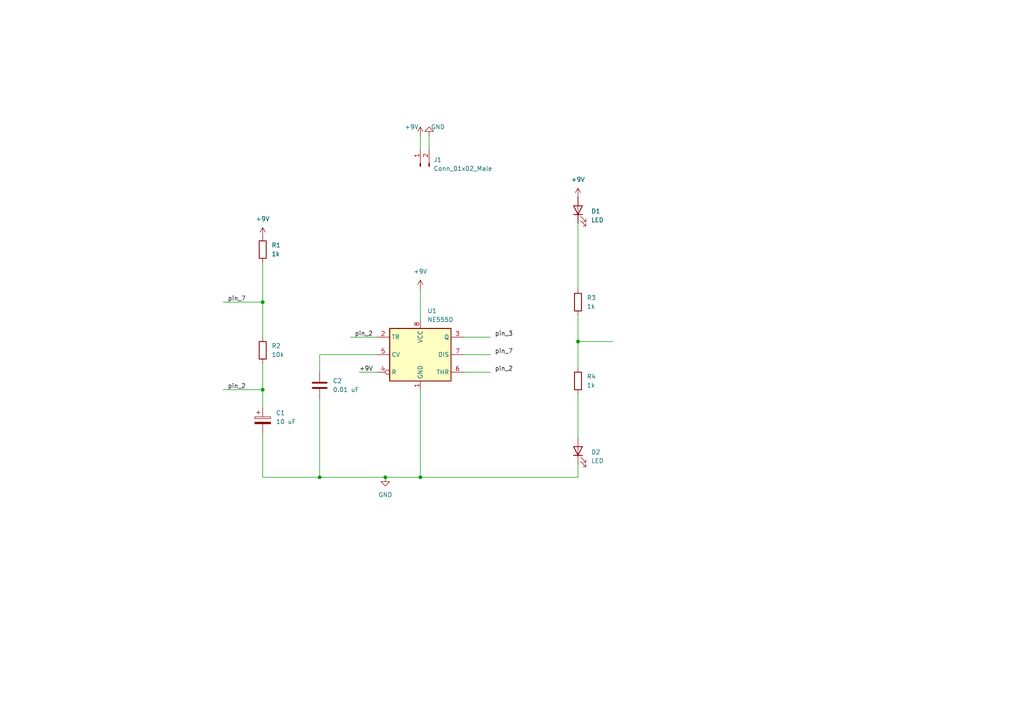
<source format=kicad_sch>
(kicad_sch (version 20211123) (generator eeschema)
  (paper "A4")
  (lib_symbols
    (symbol "Connector:Conn_01x02_Male" (pin_names (offset 1.016) hide)
      (property "Reference" "J" (at 0 2.54 0))
      (property "Value" "Conn_01x02_Male" (at 0 -5.08 0))
      (symbol "Conn_01x02_Male_1_1"
        (polyline (pts (xy 1.27 -2.54) (xy 0.8636 -2.54)) (stroke (width 0.1524)))
        (polyline (pts (xy 1.27 0) (xy 0.8636 0)) (stroke (width 0.1524)))
        (rectangle (start 0.8636 -2.413) (end 0 -2.667) (stroke (width 0.1524)) (fill (type outline)))
        (rectangle (start 0.8636 0.127) (end 0 -0.127) (stroke (width 0.1524)) (fill (type outline)))
        (pin passive line (at 5.08 0 180) (length 3.81) (name "Pin_1") (number "1"))
        (pin passive line (at 5.08 -2.54 180) (length 3.81) (name "Pin_2") (number "2"))
      )
    )
    (symbol "Device:C" (pin_numbers hide) (pin_names (offset 0.254))
      (property "Reference" "C" (at 0.635 2.54 0))
      (property "Value" "C" (at 0.635 -2.54 0))
      (symbol "C_0_1"
        (polyline (pts (xy -2.032 -0.762) (xy 2.032 -0.762)) (stroke (width 0.508)))
        (polyline (pts (xy -2.032 0.762) (xy 2.032 0.762)) (stroke (width 0.508)))
      )
      (symbol "C_1_1"
        (pin passive line (at 0 3.81 270) (length 2.794) (name "~") (number "1"))
        (pin passive line (at 0 -3.81 90) (length 2.794) (name "~") (number "2"))
      )
    )
    (symbol "Device:C_Polarized" (pin_numbers hide) (pin_names (offset 0.254))
      (property "Reference" "C" (at 0.635 2.54 0))
      (property "Value" "C_Polarized" (at 0.635 -2.54 0))
      (symbol "C_Polarized_0_1"
        (rectangle (start -2.286 0.508) (end 2.286 1.016))
        (polyline (pts (xy -1.778 2.286) (xy -0.762 2.286)))
        (polyline (pts (xy -1.27 2.794) (xy -1.27 1.778)))
        (rectangle (start 2.286 -0.508) (end -2.286 -1.016) (fill (type outline)))
      )
      (symbol "C_Polarized_1_1"
        (pin passive line (at 0 3.81 270) (length 2.794) (name "~") (number "1"))
        (pin passive line (at 0 -3.81 90) (length 2.794) (name "~") (number "2"))
      )
    )
    (symbol "Device:LED" (pin_numbers hide) (pin_names (offset 1.016) hide)
      (property "Reference" "D" (at 0 2.54 0))
      (property "Value" "LED" (at 0 -2.54 0))
      (symbol "LED_0_1"
        (polyline (pts (xy -1.27 -1.27) (xy -1.27 1.27)) (stroke (width 0.254)))
        (polyline (pts (xy -1.27 0) (xy 1.27 0)))
        (polyline (pts (xy 1.27 -1.27) (xy 1.27 1.27) (xy -1.27 0) (xy 1.27 -1.27)) (stroke (width 0.254)))
        (polyline (pts (xy -3.048 -0.762) (xy -4.572 -2.286) (xy -3.81 -2.286) (xy -4.572 -2.286) (xy -4.572 -1.524)))
        (polyline (pts (xy -1.778 -0.762) (xy -3.302 -2.286) (xy -2.54 -2.286) (xy -3.302 -2.286) (xy -3.302 -1.524)))
      )
      (symbol "LED_1_1"
        (pin passive line (at -3.81 0 0) (length 2.54) (name "K") (number "1"))
        (pin passive line (at 3.81 0 180) (length 2.54) (name "A") (number "2"))
      )
    )
    (symbol "Device:R" (pin_numbers hide) (pin_names (offset 0))
      (property "Reference" "R" (at 2.032 0 90))
      (property "Value" "R" (at 0 0 90))
      (symbol "R_0_1"
        (rectangle (start -1.016 -2.54) (end 1.016 2.54) (stroke (width 0.254)))
      )
      (symbol "R_1_1"
        (pin passive line (at 0 3.81 270) (length 1.27) (name "~") (number "1"))
        (pin passive line (at 0 -3.81 90) (length 1.27) (name "~") (number "2"))
      )
    )
    (symbol "Timer:NE555D"
      (property "Reference" "U" (at -10.16 8.89 0))
      (property "Value" "NE555D" (at 2.54 8.89 0))
      (symbol "NE555D_0_0"
        (pin power_in line (at 0 -10.16 90) (length 2.54) (name "GND") (number "1"))
        (pin power_in line (at 0 10.16 270) (length 2.54) (name "VCC") (number "8"))
      )
      (symbol "NE555D_0_1"
        (rectangle (start -8.89 -7.62) (end 8.89 7.62) (stroke (width 0.254)) (fill (type background)))
        (rectangle (start -8.89 -7.62) (end 8.89 7.62) (stroke (width 0.254)) (fill (type background)))
      )
      (symbol "NE555D_1_1"
        (pin input line (at -12.7 5.08 0) (length 3.81) (name "TR") (number "2"))
        (pin output line (at 12.7 5.08 180) (length 3.81) (name "Q") (number "3"))
        (pin input inverted (at -12.7 -5.08 0) (length 3.81) (name "R") (number "4"))
        (pin input line (at -12.7 0 0) (length 3.81) (name "CV") (number "5"))
        (pin input line (at 12.7 -5.08 180) (length 3.81) (name "THR") (number "6"))
        (pin input line (at 12.7 0 180) (length 3.81) (name "DIS") (number "7"))
      )
    )
    (symbol "power:+9V" (power) (pin_names (offset 0))
      (property "Value" "+9V" (at 0 3.556 0))
      (symbol "+9V_0_1"
        (polyline (pts (xy -0.762 1.27) (xy 0 2.54)))
        (polyline (pts (xy 0 0) (xy 0 2.54)))
        (polyline (pts (xy 0 2.54) (xy 0.762 1.27)))
      )
      (symbol "+9V_1_1"
        (pin power_in line (at 0 0 90) (length 0) hide (name "+9V") (number "1"))
      )
    )
    (symbol "power:GND" (power) (pin_names (offset 0))
      (property "Value" "GND" (at 0 -3.81 0))
      (symbol "GND_0_1"
        (polyline (pts (xy 0 0) (xy 0 -1.27) (xy 1.27 -1.27) (xy 0 -2.54) (xy -1.27 -1.27) (xy 0 -1.27)))
      )
      (symbol "GND_1_1"
        (pin power_in line (at 0 0 270) (length 0) hide (name "GND") (number "1"))
      )
    )
  )
  (junction (at 92.71 138.43))
  (junction (at 121.92 138.43))
  (junction (at 167.64 99.06))
  (junction (at 111.76 138.43))
  (junction (at 76.2 113.03))
  (junction (at 76.2 87.63))
  (wire (pts (xy 76.2 125.73) (xy 76.2 138.43)))
  (wire (pts (xy 76.2 105.41) (xy 76.2 113.03)))
  (wire (pts (xy 167.64 99.06) (xy 177.8 99.06)))
  (wire (pts (xy 76.2 76.2) (xy 76.2 87.63)))
  (wire (pts (xy 134.62 102.87) (xy 142.24 102.87)))
  (wire (pts (xy 76.2 138.43) (xy 92.71 138.43)))
  (wire (pts (xy 76.2 113.03) (xy 76.2 118.11)))
  (wire (pts (xy 121.92 138.43) (xy 167.64 138.43)))
  (wire (pts (xy 76.2 87.63) (xy 76.2 97.79)))
  (wire (pts (xy 64.77 113.03) (xy 76.2 113.03)))
  (wire (pts (xy 104.14 107.95) (xy 109.22 107.95)))
  (wire (pts (xy 109.22 102.87) (xy 92.71 102.87)))
  (wire (pts (xy 167.64 99.06) (xy 167.64 106.68)))
  (wire (pts (xy 167.64 91.44) (xy 167.64 99.06)))
  (wire (pts (xy 101.6 97.79) (xy 109.22 97.79)))
  (wire (pts (xy 121.92 83.82) (xy 121.92 92.71)))
  (wire (pts (xy 64.77 87.63) (xy 76.2 87.63)))
  (wire (pts (xy 167.64 134.62) (xy 167.64 138.43)))
  (wire (pts (xy 134.62 97.79) (xy 142.24 97.79)))
  (wire (pts (xy 134.62 107.95) (xy 142.24 107.95)))
  (wire (pts (xy 167.64 114.3) (xy 167.64 127)))
  (wire (pts (xy 167.64 64.77) (xy 167.64 83.82)))
  (wire (pts (xy 121.92 39.37) (xy 121.92 43.18)))
  (wire (pts (xy 92.71 115.57) (xy 92.71 138.43)))
  (wire (pts (xy 124.46 39.37) (xy 124.46 43.18)))
  (wire (pts (xy 121.92 113.03) (xy 121.92 138.43)))
  (wire (pts (xy 92.71 138.43) (xy 111.76 138.43)))
  (wire (pts (xy 92.71 102.87) (xy 92.71 107.95)))
  (wire (pts (xy 111.76 138.43) (xy 121.92 138.43)))
  (label "pin_2" (at 143.51 107.95 0))
  (label "+9V" (at 104.14 107.95 0))
  (label "pin_2" (at 66.04 113.03 0))
  (label "pin_7" (at 66.04 87.63 0))
  (label "pin_2" (at 102.87 97.79 0))
  (label "pin_3" (at 143.51 97.79 0))
  (label "pin_7" (at 143.51 102.87 0))
  (symbol (lib_id "Device:R") (at 76.2 101.6 0) (unit 1)
    (property "Reference" "R2" (at 78.74 100.3299 0) (effects (justify left)))
    (property "Value" "10k" (at 78.74 102.8699 0) (effects (justify left)))
  )
  (symbol (lib_id "power:GND") (at 111.76 138.43 0) (unit 1)
    (property "Reference" "#PWR06" (effects hide))
    (property "Value" "GND" (at 111.76 143.51 0))
  )
  (symbol (lib_id "Device:LED") (at 167.64 130.81 90) (unit 1)
    (property "Reference" "D2" (at 171.45 131.1274 90) (effects (justify right)))
    (property "Value" "LED" (at 171.45 133.6674 90) (effects (justify right)))
  )
  (symbol (lib_id "Device:R") (at 76.2 72.39 0) (unit 1)
    (property "Reference" "R1" (at 78.74 71.1199 0) (effects (justify left)))
    (property "Value" "1k" (at 78.74 73.6599 0) (effects (justify left)))
  )
  (symbol (lib_id "power:+9V") (at 76.2 68.58 0) (unit 1)
    (property "Reference" "#PWR04" (effects hide))
    (property "Value" "+9V" (at 76.2 63.5 0))
  )
  (symbol (lib_id "Device:R") (at 167.64 87.63 0) (unit 1)
    (property "Reference" "R3" (at 170.18 86.3599 0) (effects (justify left)))
    (property "Value" "1k" (at 170.18 88.8999 0) (effects (justify left)))
  )
  (symbol (lib_id "Connector:Conn_01x02_Male") (at 121.92 48.26 90) (unit 1)
    (property "Reference" "J1" (at 125.73 46.3549 90) (effects (justify right)))
    (property "Value" "Conn_01x02_Male" (at 125.73 48.8949 90) (effects (justify right)))
  )
  (symbol (lib_id "power:GND") (at 124.46 39.37 180) (unit 1)
    (property "Reference" "#PWR02" (effects hide))
    (property "Value" "GND" (at 127 36.83 0))
  )
  (symbol (lib_id "power:+9V") (at 121.92 39.37 0) (unit 1)
    (property "Reference" "#PWR01" (effects hide))
    (property "Value" "+9V" (at 119.38 36.83 0))
  )
  (symbol (lib_id "Device:C") (at 92.71 111.76 0) (unit 1)
    (property "Reference" "C2" (at 96.52 110.4899 0) (effects (justify left)))
    (property "Value" "0.01 uF" (at 96.52 113.0299 0) (effects (justify left)))
  )
  (symbol (lib_id "power:+9V") (at 167.64 57.15 0) (unit 1)
    (property "Reference" "#PWR03" (effects hide))
    (property "Value" "+9V" (at 167.64 52.07 0))
  )
  (symbol (lib_id "Device:LED") (at 167.64 60.96 90) (unit 1)
    (property "Reference" "D1" (at 171.45 61.2774 90) (effects (justify right)))
    (property "Value" "LED" (at 171.45 63.8174 90) (effects (justify right)))
  )
  (symbol (lib_id "power:+9V") (at 121.92 83.82 0) (unit 1)
    (property "Reference" "#PWR05" (effects hide))
    (property "Value" "+9V" (at 121.92 78.74 0))
  )
  (symbol (lib_id "Device:R") (at 167.64 110.49 0) (unit 1)
    (property "Reference" "R4" (at 170.18 109.2199 0) (effects (justify left)))
    (property "Value" "1k" (at 170.18 111.7599 0) (effects (justify left)))
  )
  (symbol (lib_id "Device:C_Polarized") (at 76.2 121.92 0) (unit 1)
    (property "Reference" "C1" (at 80.01 119.7609 0) (effects (justify left)))
    (property "Value" "10 uF" (at 80.01 122.3009 0) (effects (justify left)))
  )
  (symbol (lib_id "Timer:NE555D") (at 121.92 102.87 0) (unit 1)
    (property "Reference" "U1" (at 123.9394 90.17 0) (effects (justify left)))
    (property "Value" "NE555D" (at 123.9394 92.71 0) (effects (justify left)))
    (property "Footprint" "Package_SO:SOIC-8_3.9x4.9mm_P1.27mm" (effects hide))
    (property "Datasheet" "http://www.ti.com/lit/ds/symlink/ne555.pdf" (effects hide))
  )
)
</source>
